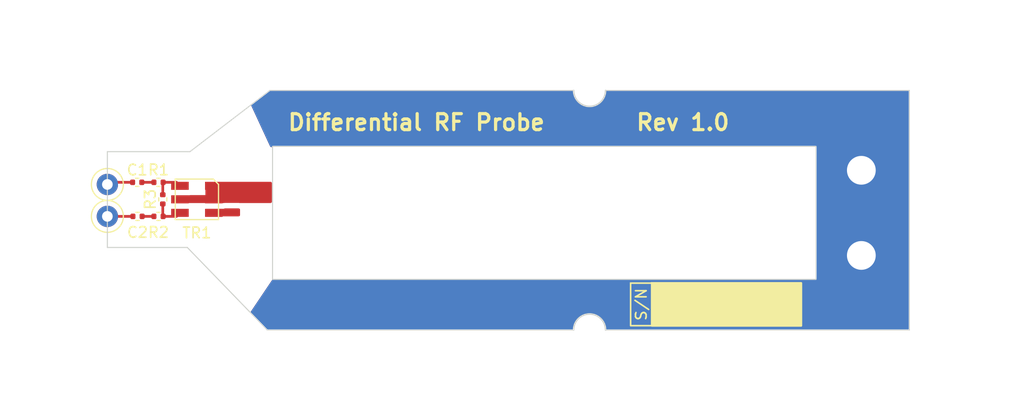
<source format=kicad_pcb>
(kicad_pcb (version 20221018) (generator pcbnew)
  (layers (0 "F.Cu" signal) (31 "B.Cu" signal) (34 "B.Paste" user) (35 "F.Paste" user) (36 "B.SilkS" user "B.Silkscreen") (37 "F.SilkS" user "F.Silkscreen") (38 "B.Mask" user) (39 "F.Mask" user) (44 "Edge.Cuts" user))
  (net 0 "")
  (net 1 "Net-(C1-Pad1)")
  (net 2 "Net-(C2-Pad2)")
  (net 3 "Net-(C1-Pad2)")
  (net 4 "Net-(C2-Pad1)")
  (net 5 "Net-(R2-Pad2)")
  (net 6 "Net-(R1-Pad2)")
  (net 7 "/RF")
  (net 8 "GND")
  (net 9 "/RF_GND")
  (footprint "IPC7351C:R_0402_1005Metric" (layer "F.Cu") (at 100.8 91.63)
    (fp_text reference "R1" (at 0 -1.17) (layer "F.SilkS"))
    (fp_text value "220")
    (fp_line (start -0.153641 -0.38) (end 0.153641 -0.38) (stroke (width 0.12)) (layer "F.SilkS"))
    (fp_line (start -0.153641 0.38) (end 0.153641 0.38) (stroke (width 0.12)) (layer "F.SilkS"))
    (pad "1" smd roundrect (at -0.43 0) (size 0.47 0.52) (layers "F.Cu" "F.Paste" "F.Mask") (net 3 "Net-(C1-Pad2)"))
    (pad "2" smd roundrect (at 0.43 0) (size 0.47 0.52) (layers "F.Cu" "F.Paste" "F.Mask") (net 6 "Net-(R1-Pad2)"))
  )
  (footprint "IPC7351C:C_0402_1005Metric" (layer "F.Cu") (at 98.83 94.83)
    (fp_text reference "C2" (at 0 1.5) (layer "F.SilkS"))
    (fp_text value "1p,N0G")
    (fp_line (start -0.153641 -0.38) (end 0.153641 -0.38) (stroke (width 0.12)) (layer "F.SilkS"))
    (fp_line (start -0.153641 0.38) (end 0.153641 0.38) (stroke (width 0.12)) (layer "F.SilkS"))
    (pad "1" smd roundrect (at -0.43 0) (size 0.47 0.52) (layers "F.Cu" "F.Paste" "F.Mask") (net 4 "Net-(C2-Pad1)"))
    (pad "2" smd roundrect (at 0.43 0) (size 0.47 0.52) (layers "F.Cu" "F.Paste" "F.Mask") (net 2 "Net-(C2-Pad2)"))
  )
  (footprint "Transformer_SMD2:Mini-Circuits_TB-553_LandPatternPL-364" (layer "F.Cu") (at 104.4 93.23 90)
    (fp_text reference "TR1" (at -3.15 0) (layer "F.SilkS"))
    (fp_text value "TCM1-63AX+")
    (fp_line (start -1.905 -2.03) (end -1.905 2.03) (stroke (width 0.12)) (layer "F.SilkS"))
    (fp_line (start -1.905 -2.03) (end 1.905 -2.03) (stroke (width 0.12)) (layer "F.SilkS"))
    (fp_line (start -1.905 2.03) (end 1.405 2.03) (stroke (width 0.12)) (layer "F.SilkS"))
    (fp_line (start 1.905 -2.03) (end 1.905 1.53) (stroke (width 0.12)) (layer "F.SilkS"))
    (fp_line (start 1.905 1.53) (end 1.405 2.03) (stroke (width 0.12)) (layer "F.SilkS"))
    (pad "2" smd rect (at 0 -1.59 270) (size 0.76 1.65) (layers "F.Cu" "F.Paste" "F.Mask") (net 9 "/RF_GND"))
    (pad "2" smd rect (at 0 1.59 270) (size 0.76 1.65) (layers "F.Cu" "F.Paste" "F.Mask") (net 9 "/RF_GND"))
    (pad "2" smd rect (at 1.27 1.59 270) (size 0.76 1.65) (layers "F.Cu" "F.Paste" "F.Mask") (net 9 "/RF_GND"))
    (pad "3" smd rect (at -1.27 1.59 270) (size 0.76 1.65) (layers "F.Cu" "F.Paste" "F.Mask") (net 7 "/RF"))
    (pad "4" smd rect (at -1.27 -1.59 270) (size 0.76 1.65) (layers "F.Cu" "F.Paste" "F.Mask") (net 5 "Net-(R2-Pad2)"))
    (pad "6" smd rect (at 1.27 -1.59 270) (size 0.76 1.65) (layers "F.Cu" "F.Paste" "F.Mask") (net 6 "Net-(R1-Pad2)"))
  )
  (footprint "IPC7351C:R_0402_1005Metric" (layer "F.Cu") (at 100.8 94.83)
    (fp_text reference "R2" (at 0 1.5) (layer "F.SilkS"))
    (fp_text value "10k")
    (fp_line (start -0.153641 -0.38) (end 0.153641 -0.38) (stroke (width 0.12)) (layer "F.SilkS"))
    (fp_line (start -0.153641 0.38) (end 0.153641 0.38) (stroke (width 0.12)) (layer "F.SilkS"))
    (pad "1" smd roundrect (at -0.43 0) (size 0.47 0.52) (layers "F.Cu" "F.Paste" "F.Mask") (net 2 "Net-(C2-Pad2)"))
    (pad "2" smd roundrect (at 0.43 0) (size 0.47 0.52) (layers "F.Cu" "F.Paste" "F.Mask") (net 5 "Net-(R2-Pad2)"))
  )
  (footprint "TestPoint:TestPoint_Loop_D1.80mm_Drill1.0mm_Beaded" (layer "F.Cu") (at 96 94.83)
    (fp_text reference "TP2" hide)
    (fp_text value "Pogo pin")
    (fp_circle (center 0 0) (end 1.5 0) (stroke (width 0.12)) (fill none) (layer "F.SilkS"))
    (pad "1" thru_hole circle (at 0 0) (size 2 2) (drill 1) (layers "*.Cu" "*.Mask") (net 4 "Net-(C2-Pad1)"))
  )
  (footprint "IPC7351C:R_0402_1005Metric" (layer "F.Cu") (at 101.2 93.23 90)
    (fp_text reference "R3" (at 0 -1.17 90) (layer "F.SilkS"))
    (fp_text value "DNP")
    (fp_line (start -0.153641 -0.38) (end 0.153641 -0.38) (stroke (width 0.12)) (layer "F.SilkS"))
    (fp_line (start -0.153641 0.38) (end 0.153641 0.38) (stroke (width 0.12)) (layer "F.SilkS"))
    (pad "1" smd roundrect (at -0.43 0 90) (size 0.47 0.52) (layers "F.Cu" "F.Paste" "F.Mask") (net 5 "Net-(R2-Pad2)"))
    (pad "2" smd roundrect (at 0.43 0 90) (size 0.47 0.52) (layers "F.Cu" "F.Paste" "F.Mask") (net 6 "Net-(R1-Pad2)"))
  )
  (footprint "TestPoint:TestPoint_Loop_D1.80mm_Drill1.0mm_Beaded" (layer "F.Cu") (at 96 91.83)
    (fp_text reference "TP1" hide)
    (fp_text value "Pogo pin")
    (fp_circle (center 0 0) (end 1.5 0) (stroke (width 0.12)) (fill none) (layer "F.SilkS"))
    (pad "1" thru_hole circle (at 0 0) (size 2 2) (drill 1) (layers "*.Cu" "*.Mask") (net 1 "Net-(C1-Pad1)"))
  )
  (footprint "MountingHole:MountingHole_2.7mm_M2.5_Pad" (layer "F.Cu") (at 166.75 90.5)
    (fp_text reference "H2" hide)
    (fp_text value "MountingHole_Pad")
    (pad "1" thru_hole circle (at 0 0) (size 5.4 5.4) (drill 2.7) (layers "*.Cu" "*.Mask") (net 8 "GND"))
  )
  (footprint "IPC7351C:C_0402_1005Metric" (layer "F.Cu") (at 98.8 91.63)
    (fp_text reference "C1" (at 0 -1.16) (layer "F.SilkS"))
    (fp_text value "1p,N0G")
    (fp_line (start -0.153641 -0.38) (end 0.153641 -0.38) (stroke (width 0.12)) (layer "F.SilkS"))
    (fp_line (start -0.153641 0.38) (end 0.153641 0.38) (stroke (width 0.12)) (layer "F.SilkS"))
    (pad "1" smd roundrect (at -0.43 0) (size 0.47 0.52) (layers "F.Cu" "F.Paste" "F.Mask") (net 1 "Net-(C1-Pad1)"))
    (pad "2" smd roundrect (at 0.43 0) (size 0.47 0.52) (layers "F.Cu" "F.Paste" "F.Mask") (net 3 "Net-(C1-Pad2)"))
  )
  (footprint "MountingHole:MountingHole_2.7mm_M2.5_Pad" (layer "F.Cu") (at 166.75 98.5)
    (fp_text reference "H1" hide)
    (fp_text value "MountingHole_Pad")
    (pad "1" thru_hole circle (at 0 0) (size 5.4 5.4) (drill 2.7) (layers "*.Cu" "*.Mask") (net 8 "GND"))
  )
  (gr_rect (start 147.1 101.1) (end 161.1 105.1) (stroke (width 0.2)) (fill solid) (layer "F.SilkS"))
  (gr_rect (start 145.1 101.1) (end 147.1 105.1) (stroke (width 0.15)) (fill none) (layer "F.SilkS"))
  (gr_line (start 111.25 83) (end 103.75 88.75) (stroke (width 0.1)) (layer "Edge.Cuts"))
  (gr_line (start 111 105.5) (end 139.75 105.5) (stroke (width 0.1)) (layer "Edge.Cuts"))
  (gr_arc (start 142.75 83) (mid 141.25 84.5) (end 139.75 83) (stroke (width 0.15)) (layer "Edge.Cuts"))
  (gr_line (start 171.25 105.5) (end 171.25 83) (stroke (width 0.1)) (layer "Edge.Cuts"))
  (gr_line (start 103.5 97.75) (end 111 105.5) (stroke (width 0.1)) (layer "Edge.Cuts"))
  (gr_line (start 171.25 83) (end 142.75 83) (stroke (width 0.1)) (layer "Edge.Cuts"))
  (gr_line (start 103.75 88.75) (end 96 88.75) (stroke (width 0.1)) (layer "Edge.Cuts"))
  (gr_line (start 139.75 83) (end 111.25 83) (stroke (width 0.1)) (layer "Edge.Cuts"))
  (gr_line (start 96 97.75) (end 103.5 97.75) (stroke (width 0.1)) (layer "Edge.Cuts"))
  (gr_line (start 142.75 105.5) (end 171.25 105.5) (stroke (width 0.1)) (layer "Edge.Cuts"))
  (gr_arc (start 139.75 105.5) (mid 141.25 104) (end 142.75 105.5) (stroke (width 0.15)) (layer "Edge.Cuts"))
  (gr_line (start 96 88.75) (end 96 97.75) (stroke (width 0.1)) (layer "Edge.Cuts"))
  (gr_rect (start 111.5 88.25) (end 162.5 100.75) (stroke (width 0.1)) (fill none) (layer "Edge.Cuts"))
  (gr_text "Differential RF Probe" (at 125 86) (layer "F.SilkS") (effects (font (size 1.5 1.5) (thickness 0.3))))
  (gr_text "Rev 1.0" (at 150 86) (layer "F.SilkS") (effects (font (size 1.5 1.5) (thickness 0.3))))
  (gr_text "S/N" (at 146.1 103.1 90) (layer "F.SilkS") (effects (font (size 1 1))))
  (segment (start 98.37 91.63) (end 96.4 91.63) (width 0.25) (layer "F.Cu") (net 1))
  (segment (start 96.4 91.63) (end 96.07502 91.30502) (width 0.25) (layer "F.Cu") (net 1))
  (segment (start 96.07502 91.30502) (end 96.07502 91.23) (width 0.25) (layer "F.Cu") (net 1))
  (segment (start 99.26 94.83) (end 100.37 94.83) (width 0.25) (layer "F.Cu") (net 2))
  (segment (start 99.23 91.63) (end 100.37 91.63) (width 0.25) (layer "F.Cu") (net 3))
  (segment (start 96.4 94.83) (end 96.07502 95.15498) (width 0.25) (layer "F.Cu") (net 4))
  (segment (start 98.4 94.83) (end 96.4 94.83) (width 0.25) (layer "F.Cu") (net 4))
  (segment (start 96.07502 95.15498) (end 96.07502 95.23) (width 0.25) (layer "F.Cu") (net 4))
  (segment (start 102.48 94.83) (end 102.81 94.5) (width 0.25) (layer "F.Cu") (net 5))
  (segment (start 101.2 93.66) (end 101.2 94.8) (width 0.25) (layer "F.Cu") (net 5))
  (segment (start 101.23 94.83) (end 102.48 94.83) (width 0.25) (layer "F.Cu") (net 5))
  (segment (start 101.2 94.8) (end 101.23 94.83) (width 0.25) (layer "F.Cu") (net 5))
  (segment (start 102.48 91.63) (end 102.81 91.96) (width 0.25) (layer "F.Cu") (net 6))
  (segment (start 101.23 91.63) (end 102.48 91.63) (width 0.25) (layer "F.Cu") (net 6))
  (segment (start 101.2 91.66) (end 101.23 91.63) (width 0.25) (layer "F.Cu") (net 6))
  (segment (start 101.2 92.8) (end 101.2 91.66) (width 0.25) (layer "F.Cu") (net 6))
  (zone (net 9) (net_name "/RF_GND") (layer "F.Cu") (connect_pads yes (clearance 0.508)) (min_thickness 0.254) (fill yes (thermal_gap 0.508) (thermal_bridge_width 0.508) (smoothing chamfer) (island_removal_mode 1) (island_area_min 0))
    (polygon (pts (xy 111.438 91.58) (xy 111.438 93.58) (xy 102.2 93.58) (xy 102.2 92.83) (xy 105.2 92.83) (xy 105.2 91.58) (xy 106.7 91.58)))
  )
  (zone (net 7) (net_name "/RF") (layer "F.Cu") (connect_pads yes (clearance 0.508)) (min_thickness 0.254) (fill yes (thermal_gap 0.508) (thermal_bridge_width 0.508) (smoothing chamfer) (island_removal_mode 1) (island_area_min 0))
    (polygon (pts (xy 108.45 94.83) (xy 105.2 94.83) (xy 105.2 94.08) (xy 108.45 94.08)))
  )
  (zone (net 8) (net_name "GND") (layers "F&B.Cu") (connect_pads yes (clearance 0.508)) (min_thickness 0.254) (fill yes (thermal_gap 0.508) (thermal_bridge_width 0.508) (smoothing chamfer) (island_removal_mode 1) (island_area_min 0))
    (polygon (pts (xy 171.942 105.918) (xy 110.998 105.918) (xy 109.22 104.14) (xy 111.5 100.75) (xy 111.5 88.75) (xy 109.22 83.82) (xy 110.998 82.296) (xy 171.942 82.282)))
  )
)
</source>
